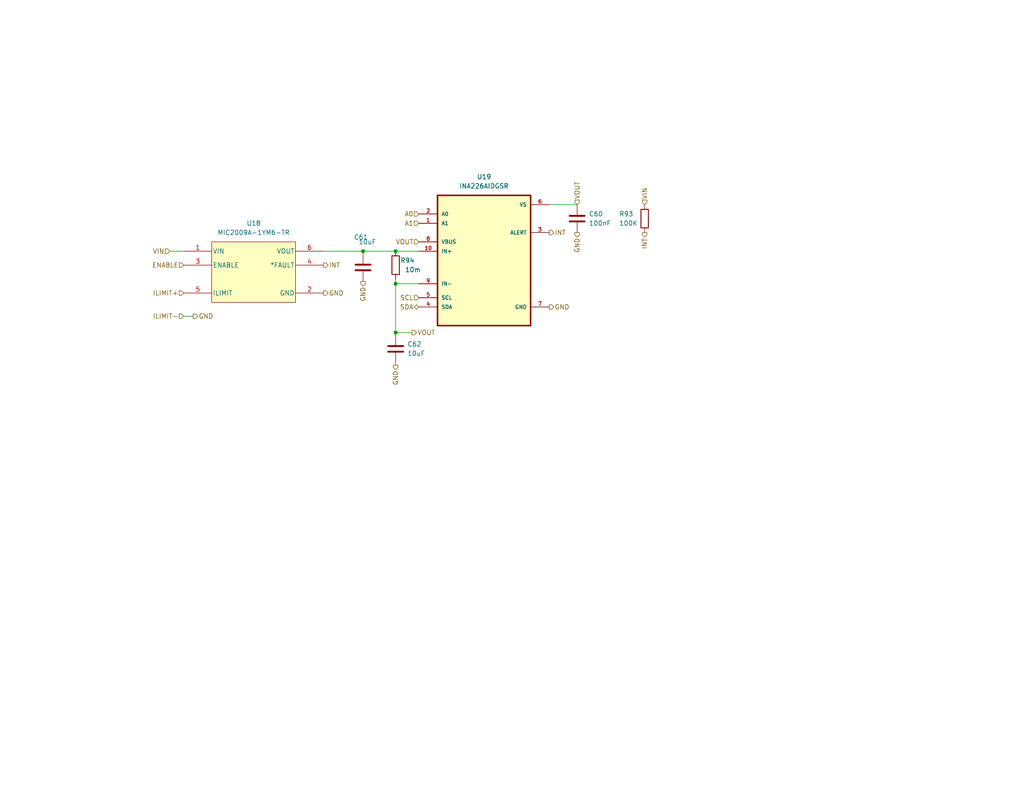
<source format=kicad_sch>
(kicad_sch (version 20231120) (generator "eeschema") (generator_version "8.0")
  (paper "A")
  (title_block (title "Current Monitor") (date "2020-09-06"))
  (lib_symbols
    (symbol "Common:INA226AIDGSR" (pin_names (offset 1.016))
      (property "Reference" "U" (at -12.7 18.78 0))
      (property "Value" "INA226AIDGSR" (at -12.7 -21.78 0))
      (symbol "INA226AIDGSR_0_0"
        (rectangle (start -12.7 17.78) (end 12.7 -17.78) (stroke (width 0.41)) (fill (type background)))
        (pin input line (at -17.78 10.16 0) (length 5.08) (name "A1") (number "1"))
        (pin input line (at -17.78 12.7 0) (length 5.08) (name "A0") (number "2"))
        (pin bidirectional line (at -17.78 -12.7 0) (length 5.08) (name "SDA") (number "4"))
        (pin input line (at -17.78 -10.16 0) (length 5.08) (name "SCL") (number "5"))
        (pin power_in line (at 17.78 15.24 180) (length 5.08) (name "VS") (number "6"))
        (pin power_in line (at 17.78 -12.7 180) (length 5.08) (name "GND") (number "7"))
        (pin power_in line (at -17.78 5.08 0) (length 5.08) (name "VBUS") (number "8"))
      )
      (symbol "INA226AIDGSR_1_0"
        (pin power_in line (at -17.78 2.54 0) (length 5.08) (name "IN+") (number "10"))
        (pin passive line (at 17.78 7.62 180) (length 5.08) (name "ALERT") (number "3"))
        (pin power_out line (at -17.78 -6.35 0) (length 5.08) (name "IN-") (number "9"))
      )
    )
    (symbol "Common:MIC2009A-1YM6-TR" (pin_names (offset 0.254))
      (property "Reference" "U" (at 35.56 10.16 0))
      (property "Value" "MIC2009A-1YM6-TR" (at 35.56 7.62 0))
      (symbol "MIC2009A-1YM6-TR_0_1"
        (pin power_in line (at 38.1 -10.16 180) (length 7.62) (name "GND") (number "2"))
        (pin input line (at 0 -2.54 0) (length 7.62) (name "ENABLE") (number "3"))
        (pin output line (at 38.1 -2.54 180) (length 7.62) (name "*FAULT") (number "4"))
        (pin input line (at 0 -10.16 0) (length 7.62) (name "ILIMIT") (number "5"))
      )
      (symbol "MIC2009A-1YM6-TR_1_1"
        (rectangle (start 7.62 3.81) (end 30.48 -12.7) (fill (type background)))
        (pin power_in line (at 0 1.27 0) (length 7.62) (name "VIN") (number "1"))
        (pin power_out line (at 38.1 1.27 180) (length 7.62) (name "VOUT") (number "6"))
      )
    )
    (symbol "Device:C" (pin_numbers hide) (pin_names (offset 0.254))
      (property "Reference" "C" (at 0.635 2.54 0))
      (property "Value" "C" (at 0.635 -2.54 0))
      (symbol "C_0_1"
        (polyline (pts (xy -2.032 -0.762) (xy 2.032 -0.762)) (stroke (width 0.508)))
        (polyline (pts (xy -2.032 0.762) (xy 2.032 0.762)) (stroke (width 0.508)))
      )
      (symbol "C_1_1"
        (pin passive line (at 0 3.81 270) (length 2.794) (name "~") (number "1"))
        (pin passive line (at 0 -3.81 90) (length 2.794) (name "~") (number "2"))
      )
    )
    (symbol "Device:R" (pin_numbers hide) (pin_names (offset 0))
      (property "Reference" "R" (at 2.032 0 90))
      (property "Value" "R" (at 0 0 90))
      (symbol "R_0_1"
        (rectangle (start -1.016 -2.54) (end 1.016 2.54) (stroke (width 0.254)))
      )
      (symbol "R_1_1"
        (pin passive line (at 0 3.81 270) (length 1.27) (name "~") (number "1"))
        (pin passive line (at 0 -3.81 90) (length 1.27) (name "~") (number "2"))
      )
    )
  )
  (junction (at 107.95 68.58))
  (junction (at 99.06 68.58))
  (junction (at 107.95 77.47))
  (junction (at 107.95 90.805))
  (wire (pts (xy 157.48 55.88) (xy 149.86 55.88)))
  (wire (pts (xy 107.95 99.06) (xy 107.95 99.695)))
  (wire (pts (xy 46.355 68.58) (xy 50.165 68.58)))
  (wire (pts (xy 107.95 68.58) (xy 114.3 68.58)))
  (wire (pts (xy 99.06 68.58) (xy 107.95 68.58)))
  (wire (pts (xy 107.95 90.805) (xy 107.95 91.44)))
  (wire (pts (xy 99.06 68.58) (xy 99.06 69.215)))
  (wire (pts (xy 107.95 77.47) (xy 107.95 90.805)))
  (wire (pts (xy 107.95 90.805) (xy 112.395 90.805)))
  (wire (pts (xy 107.95 76.2) (xy 107.95 77.47)))
  (wire (pts (xy 99.06 68.58) (xy 88.265 68.58)))
  (wire (pts (xy 52.705 86.36) (xy 50.165 86.36)))
  (wire (pts (xy 107.95 77.47) (xy 114.3 77.47)))
  (hierarchical_label "GND" (shape output) (at 52.705 86.36 0))
  (hierarchical_label "ENABLE" (shape input) (at 50.165 72.39 180))
  (hierarchical_label "VIN" (shape input) (at 175.895 55.88 90))
  (hierarchical_label "A1" (shape input) (at 114.3 60.96 180))
  (hierarchical_label "SDA" (shape bidirectional) (at 114.3 83.82 180))
  (hierarchical_label "VOUT" (shape output) (at 112.395 90.805 0))
  (hierarchical_label "GND" (shape output) (at 88.265 80.01 0))
  (hierarchical_label "VOUT" (shape input) (at 157.48 55.88 90))
  (hierarchical_label "GND" (shape output) (at 157.48 63.5 270))
  (hierarchical_label "INT" (shape output) (at 88.265 72.39 0))
  (hierarchical_label "GND" (shape output) (at 149.86 83.82 0))
  (hierarchical_label "INT" (shape output) (at 175.895 63.5 270))
  (hierarchical_label "SCL" (shape input) (at 114.3 81.28 180))
  (hierarchical_label "VIN" (shape input) (at 46.355 68.58 180))
  (hierarchical_label "ILIMIT-" (shape input) (at 50.165 86.36 180))
  (hierarchical_label "INT" (shape output) (at 149.86 63.5 0))
  (hierarchical_label "A0" (shape input) (at 114.3 58.42 180))
  (hierarchical_label "ILIMIT+" (shape input) (at 50.165 80.01 180))
  (hierarchical_label "GND" (shape output) (at 99.06 76.835 270))
  (hierarchical_label "GND" (shape output) (at 107.95 99.695 270))
  (hierarchical_label "VOUT" (shape input) (at 114.3 66.04 180))
  (symbol (lib_id "Device:C") (at 107.95 95.25 0) (unit 1)
    (property "Reference" "C120" (at 111.125 93.9799 0) (effects (justify left)))
    (property "Value" "10uF" (at 111.125 96.5199 0) (effects (justify left)))
    (property "Footprint" "Capacitor_SMD:C_0603_1608Metric_Pad1.08x0.95mm_HandSolder" (effects (hide yes)))
    (property "Datasheet" "https://search.murata.co.jp/Ceramy/image/img/A01X/G101/ENG/GRM188R61E106KA73-01.pdf" (effects (hide yes)))
    (property "Description" "Unpolarized capacitor" (effects (hide yes)))
    (property "Manufacturer" "Murata" (effects (hide yes)))
    (property "Part Number" "GRM188R61E106KA73D" (effects (hide yes)))
    (property "Tolerance" "10" (effects (hide yes)))
    (property "Voltage" "25" (effects (hide yes)))
    (property "Color" "https://search.murata.co.jp/Ceramy/image/img/A01X/G101/ENG/GRM188R61E106KA73-01.pdf" (effects (hide yes)))
    (instances (project "EPS" (path "" (reference "C62") (unit 1)) (path "" (reference "C68") (unit 1)) (path "" (reference "C85") (unit 1)) (path "" (reference "C65") (unit 1)) (path "" (reference "C82") (unit 1)) (path "" (reference "C71") (unit 1)) (path "" (reference "C79") (unit 1)) (path "" (reference "C76") (unit 1)) (path "" (reference "C126") (unit 1)) (path "" (reference "C123") (unit 1)) (path "" (reference "C117") (unit 1)) (path "" (reference "C120") (unit 1)) (path "" (reference "C102") (unit 1)) (path "" (reference "C90") (unit 1)) (path "" (reference "C105") (unit 1)) (path "" (reference "C93") (unit 1)) (path "" (reference "C96") (unit 1)) (path "" (reference "C99") (unit 1)) (path "" (reference "C108") (unit 1)) (path "" (reference "C111") (unit 1))) (project "openlst-hw" (path "" (reference "C54") (unit 1)) (path "" (reference "C67") (unit 1)) (path "" (reference "C74") (unit 1)) (path "" (reference "C51") (unit 1))) (project "sci_board" (path "" (reference "C101") (unit 1)) (path "" (reference "C98") (unit 1)) (path "" (reference "C92") (unit 1)) (path "" (reference "C95") (unit 1))))
  )
  (symbol (lib_id "Common:INA226AIDGSR") (at 132.08 71.12 0) (unit 1)
    (property "Reference" "U58" (at 132.08 48.26 0))
    (property "Value" "INA226AIDGSR" (at 132.08 50.8 0))
    (property "Footprint" "Common:SOP50P490X110-10N" (effects (hide yes)))
    (property "Datasheet" "https://www.ti.com/general/docs/suppproductinfo.tsp?distId=10&gotoUrl=https%3A%2F%2Fwww.ti.com%2Flit%2Fgpn%2Fina226" (effects (hide yes)))
    (property "Manufacturer" "TI" (effects (hide yes)))
    (property "Part Number" "INA226AIDGSR" (effects (hide yes)))
    (instances (project "EPS" (path "" (reference "U19") (unit 1)) (path "" (reference "U23") (unit 1)) (path "" (reference "U35") (unit 1)) (path "" (reference "U21") (unit 1)) (path "" (reference "U33") (unit 1)) (path "" (reference "U25") (unit 1)) (path "" (reference "U31") (unit 1)) (path "" (reference "U29") (unit 1)) (path "" (reference "U62") (unit 1)) (path "" (reference "U60") (unit 1)) (path "" (reference "U56") (unit 1)) (path "" (reference "U58") (unit 1)) (path "" (reference "U47") (unit 1)) (path "" (reference "U39") (unit 1)) (path "" (reference "U49") (unit 1)) (path "" (reference "U41") (unit 1)) (path "" (reference "U43") (unit 1)) (path "" (reference "U45") (unit 1)) (path "" (reference "U51") (unit 1)) (path "" (reference "U53") (unit 1))) (project "openlst-hw" (path "" (reference "U14") (unit 1)) (path "" (reference "U17") (unit 1)) (path "" (reference "U21") (unit 1)) (path "" (reference "U12") (unit 1))) (project "sci_board" (path "" (reference "U36") (unit 1)) (path "" (reference "U34") (unit 1)) (path "" (reference "U30") (unit 1)) (path "" (reference "U32") (unit 1))))
  )
  (symbol (lib_id "Device:R") (at 107.95 72.39 0) (unit 1)
    (property "Reference" "R147" (at 109.22 71.12 0) (effects (justify left)))
    (property "Value" "10m" (at 110.49 73.66 0) (effects (justify left)))
    (property "Footprint" "Resistor_SMD:R_0805_2012Metric_Pad1.20x1.40mm_HandSolder" (effects (hide yes)))
    (property "Datasheet" "https://mm.digikey.com/Volume0/opasdata/d220001/medias/docus/5343/PE_Series_DS.pdf" (effects (hide yes)))
    (property "Description" "Resistor" (effects (hide yes)))
    (property "Manufacturer" "YAGEO" (effects (hide yes)))
    (property "Part Number" "PE0805FRE470R01Z" (effects (hide yes)))
    (property "Tolerance" "1" (effects (hide yes)))
    (instances (project "EPS" (path "" (reference "R94") (unit 1)) (path "" (reference "R98") (unit 1)) (path "" (reference "R117") (unit 1)) (path "" (reference "R96") (unit 1)) (path "" (reference "R115") (unit 1)) (path "" (reference "R100") (unit 1)) (path "" (reference "R113") (unit 1)) (path "" (reference "R111") (unit 1)) (path "" (reference "R151") (unit 1)) (path "" (reference "R149") (unit 1)) (path "" (reference "R145") (unit 1)) (path "" (reference "R147") (unit 1)) (path "" (reference "R136") (unit 1)) (path "" (reference "R128") (unit 1)) (path "" (reference "R138") (unit 1)) (path "" (reference "R130") (unit 1)) (path "" (reference "R132") (unit 1)) (path "" (reference "R134") (unit 1)) (path "" (reference "R140") (unit 1)) (path "" (reference "R142") (unit 1))) (project "openlst-hw" (path "" (reference "R34") (unit 1)) (path "" (reference "R40") (unit 1)) (path "" (reference "R56") (unit 1)) (path "" (reference "R32") (unit 1))) (project "sci_board" (path "" (reference "R71") (unit 1)) (path "" (reference "R69") (unit 1)) (path "" (reference "R65") (unit 1)) (path "" (reference "R67") (unit 1))))
  )
  (symbol (lib_id "Device:C") (at 157.48 59.69 0) (unit 1)
    (property "Reference" "C118" (at 160.655 58.4199 0) (effects (justify left)))
    (property "Value" "100nF" (at 160.655 60.9599 0) (effects (justify left)))
    (property "Footprint" "Capacitor_SMD:C_0402_1005Metric_Pad0.74x0.62mm_HandSolder" (effects (hide yes)))
    (property "Datasheet" "https://search.murata.co.jp/Ceramy/image/img/A01X/G101/ENG/GRM155R61E104KA87-01.pdf" (effects (hide yes)))
    (property "Description" "Unpolarized capacitor" (effects (hide yes)))
    (property "Manufacturer" "Murata" (effects (hide yes)))
    (property "Part Number" "GRM155R61E104KA87D" (effects (hide yes)))
    (property "Voltage" "25" (effects (hide yes)))
    (property "Tolerance" "10" (effects (hide yes)))
    (property "Color" "https://search.murata.co.jp/Ceramy/image/img/A01X/G101/ENG/GRM155R61E104KA87-01.pdf" (effects (hide yes)))
    (instances (project "EPS" (path "" (reference "C60") (unit 1)) (path "" (reference "C66") (unit 1)) (path "" (reference "C83") (unit 1)) (path "" (reference "C63") (unit 1)) (path "" (reference "C80") (unit 1)) (path "" (reference "C69") (unit 1)) (path "" (reference "C77") (unit 1)) (path "" (reference "C74") (unit 1)) (path "" (reference "C124") (unit 1)) (path "" (reference "C121") (unit 1)) (path "" (reference "C115") (unit 1)) (path "" (reference "C118") (unit 1)) (path "" (reference "C100") (unit 1)) (path "" (reference "C88") (unit 1)) (path "" (reference "C103") (unit 1)) (path "" (reference "C91") (unit 1)) (path "" (reference "C94") (unit 1)) (path "" (reference "C97") (unit 1)) (path "" (reference "C106") (unit 1)) (path "" (reference "C109") (unit 1))) (project "openlst-hw" (path "" (reference "C52") (unit 1)) (path "" (reference "C65") (unit 1)) (path "" (reference "C72") (unit 1)) (path "" (reference "C49") (unit 1))) (project "sci_board" (path "" (reference "C99") (unit 1)) (path "" (reference "C96") (unit 1)) (path "" (reference "C90") (unit 1)) (path "" (reference "C93") (unit 1))))
  )
  (symbol (lib_id "Common:MIC2009A-1YM6-TR") (at 50.165 69.85 0) (unit 1)
    (property "Reference" "U57" (at 69.215 60.96 0))
    (property "Value" "MIC2009A-1YM6-TR" (at 69.215 63.5 0))
    (property "Footprint" "Common:SOT-23-6" (effects (hide yes)))
    (property "Datasheet" "https://ww1.microchip.com/downloads/en/DeviceDoc/mic20xx.pdf" (effects (hide yes)))
    (property "Manufacturer" "Microchip" (effects (hide yes)))
    (property "Part Number" "MIC2009A-1YM6-TR" (effects (hide yes)))
    (instances (project "EPS" (path "" (reference "U18") (unit 1)) (path "" (reference "U22") (unit 1)) (path "" (reference "U34") (unit 1)) (path "" (reference "U20") (unit 1)) (path "" (reference "U32") (unit 1)) (path "" (reference "U24") (unit 1)) (path "" (reference "U30") (unit 1)) (path "" (reference "U28") (unit 1)) (path "" (reference "U61") (unit 1)) (path "" (reference "U59") (unit 1)) (path "" (reference "U55") (unit 1)) (path "" (reference "U57") (unit 1)) (path "" (reference "U46") (unit 1)) (path "" (reference "U38") (unit 1)) (path "" (reference "U48") (unit 1)) (path "" (reference "U40") (unit 1)) (path "" (reference "U42") (unit 1)) (path "" (reference "U44") (unit 1)) (path "" (reference "U50") (unit 1)) (path "" (reference "U52") (unit 1))) (project "openlst-hw" (path "" (reference "U13") (unit 1)) (path "" (reference "U16") (unit 1)) (path "" (reference "U20") (unit 1)) (path "" (reference "U11") (unit 1))) (project "sci_board" (path "" (reference "U35") (unit 1)) (path "" (reference "U33") (unit 1)) (path "" (reference "U29") (unit 1)) (path "" (reference "U31") (unit 1))))
  )
  (symbol (lib_id "Device:C") (at 99.06 73.025 0) (unit 1)
    (property "Reference" "C119" (at 96.52 64.77 0) (effects (justify left)))
    (property "Value" "10uF" (at 97.79 66.04 0) (effects (justify left)))
    (property "Footprint" "Capacitor_SMD:C_0603_1608Metric_Pad1.08x0.95mm_HandSolder" (effects (hide yes)))
    (property "Datasheet" "https://search.murata.co.jp/Ceramy/image/img/A01X/G101/ENG/GRM188R61E106KA73-01.pdf" (effects (hide yes)))
    (property "Description" "Unpolarized capacitor" (effects (hide yes)))
    (property "Manufacturer" "Murata" (effects (hide yes)))
    (property "Part Number" "GRM188R61E106KA73D" (effects (hide yes)))
    (property "Tolerance" "10" (effects (hide yes)))
    (property "Voltage" "25" (effects (hide yes)))
    (property "Color" "https://search.murata.co.jp/Ceramy/image/img/A01X/G101/ENG/GRM188R61E106KA73-01.pdf" (effects (hide yes)))
    (instances (project "EPS" (path "" (reference "C61") (unit 1)) (path "" (reference "C67") (unit 1)) (path "" (reference "C84") (unit 1)) (path "" (reference "C64") (unit 1)) (path "" (reference "C81") (unit 1)) (path "" (reference "C70") (unit 1)) (path "" (reference "C78") (unit 1)) (path "" (reference "C75") (unit 1)) (path "" (reference "C125") (unit 1)) (path "" (reference "C122") (unit 1)) (path "" (reference "C116") (unit 1)) (path "" (reference "C119") (unit 1)) (path "" (reference "C101") (unit 1)) (path "" (reference "C89") (unit 1)) (path "" (reference "C104") (unit 1)) (path "" (reference "C92") (unit 1)) (path "" (reference "C95") (unit 1)) (path "" (reference "C98") (unit 1)) (path "" (reference "C107") (unit 1)) (path "" (reference "C110") (unit 1))) (project "openlst-hw" (path "" (reference "C53") (unit 1)) (path "" (reference "C66") (unit 1)) (path "" (reference "C73") (unit 1)) (path "" (reference "C50") (unit 1))) (project "sci_board" (path "" (reference "C100") (unit 1)) (path "" (reference "C97") (unit 1)) (path "" (reference "C91") (unit 1)) (path "" (reference "C94") (unit 1))))
  )
  (symbol (lib_id "Device:R") (at 175.895 59.69 0) (unit 1)
    (property "Reference" "R146" (at 168.91 58.42 0) (effects (justify left)))
    (property "Value" "100K" (at 168.91 60.96 0) (effects (justify left)))
    (property "Footprint" "Resistor_SMD:R_0402_1005Metric_Pad0.72x0.64mm_HandSolder" (effects (hide yes)))
    (property "Datasheet" "https://www.yageo.com/upload/media/product/products/datasheet/rchip/PYu-RC_Group_51_RoHS_L_12.pdf" (effects (hide yes)))
    (property "Description" "Resistor" (effects (hide yes)))
    (property "Manufacturer" "YAGEO" (effects (hide yes)))
    (property "Part Number" "RC0402FR-07100KL" (effects (hide yes)))
    (property "Tolerance" "1" (effects (hide yes)))
    (instances (project "EPS" (path "" (reference "R93") (unit 1)) (path "" (reference "R97") (unit 1)) (path "" (reference "R116") (unit 1)) (path "" (reference "R95") (unit 1)) (path "" (reference "R114") (unit 1)) (path "" (reference "R99") (unit 1)) (path "" (reference "R112") (unit 1)) (path "" (reference "R110") (unit 1)) (path "" (reference "R150") (unit 1)) (path "" (reference "R148") (unit 1)) (path "" (reference "R144") (unit 1)) (path "" (reference "R146") (unit 1)) (path "" (reference "R135") (unit 1)) (path "" (reference "R127") (unit 1)) (path "" (reference "R137") (unit 1)) (path "" (reference "R129") (unit 1)) (path "" (reference "R131") (unit 1)) (path "" (reference "R133") (unit 1)) (path "" (reference "R139") (unit 1)) (path "" (reference "R141") (unit 1))) (project "openlst-hw" (path "" (reference "R33") (unit 1)) (path "" (reference "R39") (unit 1)) (path "" (reference "R55") (unit 1)) (path "" (reference "R31") (unit 1))) (project "sci_board" (path "" (reference "R70") (unit 1)) (path "" (reference "R68") (unit 1)) (path "" (reference "R64") (unit 1)) (path "" (reference "R66") (unit 1))))
  )
)
</source>
